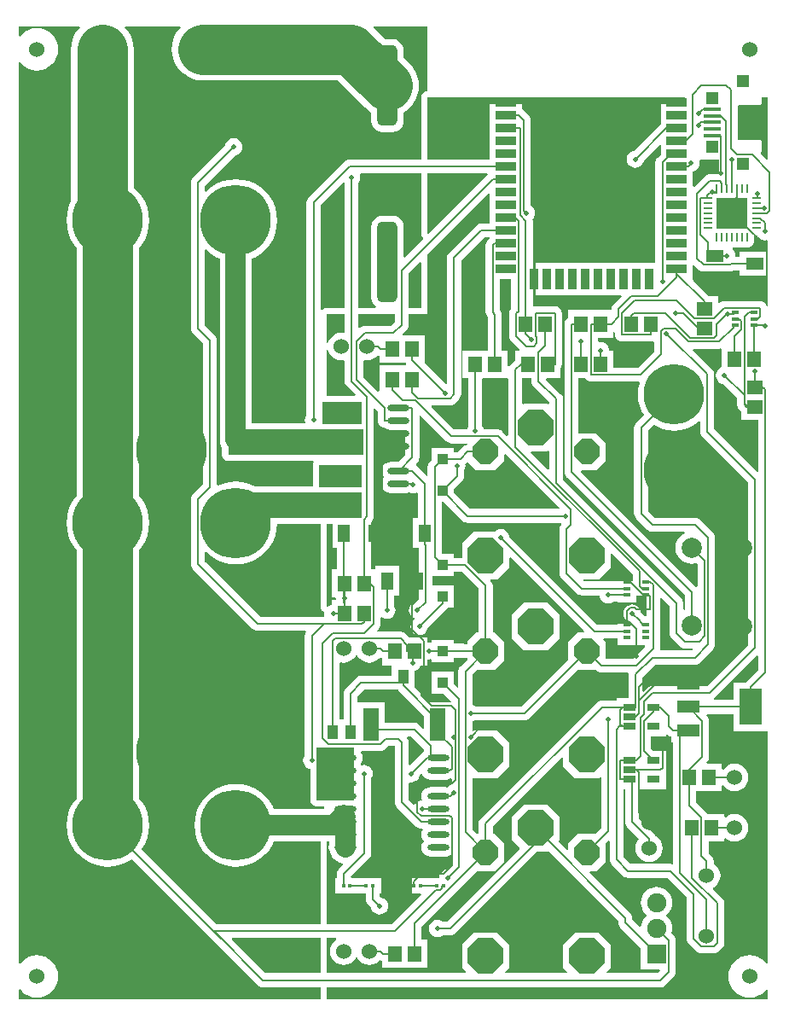
<source format=gtl>
G04 Layer_Physical_Order=1*
G04 Layer_Color=25308*
%FSLAX24Y24*%
%MOIN*%
G70*
G01*
G75*
%ADD10R,0.0532X0.0610*%
%ADD11R,0.0453X0.0709*%
%ADD12O,0.0866X0.0236*%
%ADD13R,0.0880X0.0480*%
%ADD14R,0.0870X0.1420*%
%ADD15R,0.0709X0.0453*%
%ADD16R,0.0177X0.0138*%
%ADD17R,0.0433X0.0551*%
%ADD18R,0.0512X0.0276*%
%ADD19R,0.0591X0.1260*%
%ADD20R,0.0591X0.1260*%
%ADD21R,0.0260X0.0118*%
%ADD22R,0.0394X0.0394*%
%ADD23R,0.0610X0.0532*%
%ADD24R,0.1232X0.1232*%
%ADD25O,0.0335X0.0079*%
%ADD26O,0.0079X0.0335*%
%ADD27O,0.0846X0.0236*%
%ADD28R,0.0787X0.0354*%
%ADD29R,0.0354X0.0787*%
%ADD30R,0.1969X0.1969*%
%ADD31R,0.0689X0.0157*%
%ADD32C,0.0067*%
%ADD33C,0.0787*%
%ADD34C,0.1969*%
%ADD35R,0.4724X0.0984*%
%ADD36R,0.1673X0.0886*%
%ADD37R,0.1575X0.0886*%
%ADD38R,0.1476X0.2067*%
%ADD39R,0.5315X0.0984*%
%ADD40C,0.1181*%
%ADD41C,0.0600*%
%ADD42C,0.2756*%
%ADD43C,0.2362*%
%ADD44C,0.0787*%
%ADD45P,0.1065X8X292.5*%
%ADD46P,0.1492X8X292.5*%
%ADD47C,0.1000*%
%ADD48C,0.0750*%
%ADD49R,0.0750X0.0750*%
G04:AMPARAMS|DCode=50|XSize=315mil|YSize=78.7mil|CornerRadius=19.7mil|HoleSize=0mil|Usage=FLASHONLY|Rotation=270.000|XOffset=0mil|YOffset=0mil|HoleType=Round|Shape=RoundedRectangle|*
%AMROUNDEDRECTD50*
21,1,0.3150,0.0394,0,0,270.0*
21,1,0.2756,0.0787,0,0,270.0*
1,1,0.0394,-0.0197,-0.1378*
1,1,0.0394,-0.0197,0.1378*
1,1,0.0394,0.0197,0.1378*
1,1,0.0394,0.0197,-0.1378*
%
%ADD50ROUNDEDRECTD50*%
%ADD51R,0.0500X0.0500*%
%ADD52C,0.0197*%
%ADD53C,0.0500*%
%ADD54C,0.0236*%
G36*
X24148Y33117D02*
Y32730D01*
X24157Y32660D01*
X24184Y32594D01*
X24228Y32538D01*
X24284Y32495D01*
X24350Y32468D01*
X24418Y32459D01*
X24467Y32421D01*
X24553Y32385D01*
X24646Y32373D01*
X25228D01*
Y31402D01*
X24953Y31127D01*
X24646D01*
X24553Y31115D01*
X24467Y31079D01*
X24393Y31022D01*
X24336Y30948D01*
X24300Y30862D01*
X24288Y30770D01*
X24300Y30677D01*
X24336Y30591D01*
X24391Y30520D01*
X24336Y30448D01*
X24300Y30362D01*
X24288Y30270D01*
X24300Y30177D01*
X24336Y30091D01*
X24393Y30017D01*
X24467Y29960D01*
X24553Y29924D01*
X24646Y29912D01*
X25276D01*
X25368Y29924D01*
X25393Y29935D01*
X25443Y29914D01*
X25530Y29902D01*
X25617Y29914D01*
X25662Y29933D01*
X25712Y29899D01*
Y28937D01*
X25522D01*
Y27756D01*
X25748D01*
Y25763D01*
X25646Y25660D01*
X25613Y25656D01*
X25531Y25622D01*
X25461Y25569D01*
X25408Y25499D01*
X25374Y25417D01*
X25362Y25330D01*
X25374Y25243D01*
X25408Y25161D01*
X25461Y25091D01*
X25531Y25038D01*
X25570Y25022D01*
X25578Y24964D01*
X25531Y24929D01*
X25478Y24859D01*
X25444Y24777D01*
X25432Y24690D01*
X25444Y24603D01*
X25478Y24521D01*
X25531Y24451D01*
X25601Y24398D01*
X25683Y24364D01*
X25770Y24352D01*
X25857Y24364D01*
X25939Y24398D01*
X26009Y24451D01*
X26062Y24521D01*
X26096Y24603D01*
X26100Y24636D01*
X26866Y25401D01*
X26883Y25423D01*
X27106D01*
Y26289D01*
X26292D01*
Y26663D01*
X27106D01*
Y26824D01*
X27441D01*
X28093Y26172D01*
Y24471D01*
X28001D01*
X27637Y24107D01*
Y24015D01*
X27567D01*
X27510Y24022D01*
X27106D01*
Y24183D01*
X26240D01*
Y24115D01*
X26203Y24082D01*
X26160Y24088D01*
X26120Y24082D01*
X26083Y24115D01*
Y24262D01*
X25383D01*
X25232Y24412D01*
X25176Y24456D01*
X25110Y24483D01*
X25040Y24492D01*
X24122D01*
X24103Y24538D01*
X24172Y24608D01*
X24216Y24664D01*
X24243Y24730D01*
X24252Y24800D01*
Y25041D01*
X24302Y25066D01*
X24339Y25038D01*
X24421Y25004D01*
X24508Y24992D01*
X24595Y25004D01*
X24677Y25038D01*
X24747Y25091D01*
X24800Y25161D01*
X24834Y25243D01*
X24845Y25330D01*
X24834Y25417D01*
X24800Y25499D01*
X24780Y25525D01*
Y25886D01*
X24970D01*
Y27067D01*
X24045D01*
Y26919D01*
X23884D01*
Y28760D01*
X23922Y28798D01*
X23966Y28854D01*
X23993Y28920D01*
X24002Y28990D01*
Y33198D01*
X24048Y33217D01*
X24148Y33117D01*
D02*
G37*
G36*
X27455Y28824D02*
X27511Y28781D01*
X27577Y28753D01*
X27647Y28744D01*
X31295D01*
X31308Y28734D01*
X31318Y28708D01*
X31320Y28695D01*
X31319Y28671D01*
X31284Y28626D01*
X31257Y28560D01*
X31248Y28490D01*
Y26770D01*
X31257Y26700D01*
X31284Y26634D01*
X31328Y26578D01*
X31917Y25989D01*
X31973Y25946D01*
X32039Y25918D01*
X32109Y25909D01*
X32825D01*
X32834Y25838D01*
X32868Y25756D01*
X32921Y25687D01*
X32991Y25633D01*
X33073Y25599D01*
X33160Y25588D01*
X33247Y25599D01*
X33329Y25633D01*
X33355Y25653D01*
X33524D01*
Y25630D01*
X34256D01*
Y25886D01*
X34641D01*
Y25110D01*
X34591Y25092D01*
X34572Y25116D01*
X34420Y25268D01*
X34416Y25301D01*
X34382Y25383D01*
X34329Y25452D01*
X34259Y25506D01*
X34177Y25540D01*
X34090Y25551D01*
X34003Y25540D01*
X33921Y25506D01*
X33851Y25452D01*
X33798Y25383D01*
X33764Y25301D01*
X33752Y25214D01*
X33764Y25126D01*
X33798Y25045D01*
X33851Y24975D01*
X33921Y24921D01*
X34003Y24888D01*
X34036Y24883D01*
X34070Y24849D01*
X34051Y24803D01*
X33524D01*
Y24780D01*
X32725D01*
X29290Y28214D01*
X29286Y28247D01*
X29252Y28329D01*
X29199Y28399D01*
X29129Y28452D01*
X29047Y28486D01*
X28960Y28498D01*
X28873Y28486D01*
X28791Y28452D01*
X28721Y28399D01*
X28717Y28393D01*
X27902D01*
X27440Y27931D01*
Y27368D01*
X27106D01*
Y27530D01*
X26642D01*
Y29557D01*
X26722D01*
X27455Y28824D01*
D02*
G37*
G36*
X36168Y45086D02*
X35205D01*
Y44329D01*
X34156Y43280D01*
X34123Y43276D01*
X34041Y43242D01*
X33971Y43189D01*
X33918Y43119D01*
X33884Y43037D01*
X33872Y42950D01*
X33884Y42863D01*
X33918Y42781D01*
X33971Y42711D01*
X34041Y42658D01*
X34123Y42624D01*
X34210Y42612D01*
X34297Y42624D01*
X34379Y42658D01*
X34449Y42711D01*
X34502Y42781D01*
X34536Y42863D01*
X34540Y42896D01*
X35159Y43514D01*
X35205Y43495D01*
Y43259D01*
Y43142D01*
X35078Y43015D01*
X35034Y42958D01*
X35007Y42893D01*
X34998Y42822D01*
Y38909D01*
X30825D01*
Y38902D01*
X30325D01*
Y37643D01*
X31152D01*
Y37649D01*
X33659D01*
X33678Y37603D01*
X33358Y37282D01*
X33314Y37226D01*
X33287Y37160D01*
X33278Y37090D01*
Y37057D01*
X31594D01*
Y36756D01*
X31584Y36751D01*
X31528Y36708D01*
X31484Y36652D01*
X31457Y36586D01*
X31448Y36516D01*
Y30740D01*
X31457Y30670D01*
X31484Y30604D01*
X31528Y30548D01*
X36145Y25931D01*
Y25337D01*
X36142Y25335D01*
X36092Y25364D01*
Y25600D01*
X36083Y25670D01*
X36067Y25709D01*
X36056Y25736D01*
X36012Y25792D01*
X31382Y30423D01*
Y33590D01*
X31373Y33660D01*
X31346Y33726D01*
X31302Y33782D01*
X30735Y34350D01*
X30756Y34400D01*
X31299D01*
Y34797D01*
X31306Y34805D01*
X31333Y34871D01*
X31342Y34941D01*
Y36930D01*
X31333Y37000D01*
X31306Y37066D01*
X31262Y37122D01*
X31206Y37166D01*
X31140Y37193D01*
X31070Y37202D01*
X30330D01*
X30260Y37193D01*
X30245Y37187D01*
X30203Y37214D01*
Y40549D01*
X30195Y40609D01*
X30199Y40611D01*
X30252Y40681D01*
X30286Y40763D01*
X30298Y40850D01*
X30286Y40937D01*
X30252Y41019D01*
X30199Y41089D01*
X30132Y41140D01*
Y44480D01*
X30123Y44550D01*
X30096Y44616D01*
X30052Y44672D01*
X29860Y44865D01*
X29804Y44908D01*
X29772Y44921D01*
Y45086D01*
X28512D01*
Y44259D01*
Y43759D01*
Y43259D01*
Y42944D01*
X26083D01*
Y45374D01*
X36168D01*
Y45086D01*
D02*
G37*
G36*
X27517Y23471D02*
X27637D01*
Y23399D01*
X27378Y23140D01*
X27334Y23084D01*
X27307Y23018D01*
X27298Y22948D01*
Y22335D01*
X27252Y22316D01*
X27106Y22461D01*
Y22943D01*
X26240D01*
Y22077D01*
X26722D01*
X27016Y21782D01*
X26995Y21732D01*
X26198D01*
X25600Y22330D01*
Y22955D01*
X25679Y22988D01*
X25749Y23041D01*
X25802Y23111D01*
X25830Y23179D01*
X26083D01*
Y23385D01*
X26120Y23418D01*
X26160Y23412D01*
X26203Y23418D01*
X26240Y23385D01*
Y23317D01*
X27106D01*
Y23478D01*
X27461D01*
X27517Y23471D01*
D02*
G37*
G36*
X33524Y24213D02*
Y23957D01*
X34581D01*
X34602Y23907D01*
X34127Y23432D01*
X33043D01*
Y24107D01*
X32960Y24190D01*
X32979Y24236D01*
X33524D01*
Y24213D01*
D02*
G37*
G36*
X35548Y25487D02*
Y24450D01*
X35557Y24380D01*
X35584Y24314D01*
X35628Y24258D01*
X35968Y23918D01*
X36024Y23874D01*
X36062Y23859D01*
X36090Y23847D01*
X36098Y23846D01*
X36160Y23838D01*
X36160Y23838D01*
X36456D01*
X36475Y23792D01*
X36435Y23752D01*
X35223D01*
X35181Y23802D01*
X35185Y23833D01*
Y25785D01*
X35231Y25804D01*
X35548Y25487D01*
D02*
G37*
G36*
X21905Y25479D02*
X21912Y25440D01*
X21918Y25401D01*
X21922Y25395D01*
X21923Y25387D01*
X21945Y25354D01*
X21965Y25320D01*
X21971Y25315D01*
X21975Y25309D01*
X22008Y25287D01*
X22039Y25263D01*
X22047Y25259D01*
Y25062D01*
X19573D01*
X17392Y27243D01*
Y27600D01*
X17439Y27617D01*
X17457Y27595D01*
X17651Y27430D01*
X17867Y27297D01*
X18102Y27200D01*
X18349Y27141D01*
X18602Y27121D01*
X18856Y27141D01*
X19103Y27200D01*
X19337Y27297D01*
X19554Y27430D01*
X19747Y27595D01*
X19912Y27788D01*
X20045Y28005D01*
X20142Y28240D01*
X20202Y28487D01*
X20218Y28696D01*
X21905D01*
Y25479D01*
D02*
G37*
G36*
X17457Y39406D02*
X17651Y39241D01*
X17867Y39108D01*
X17969Y39066D01*
Y31988D01*
X17982Y31865D01*
X18018Y31746D01*
X18066Y31655D01*
Y31398D01*
X18085Y31305D01*
X18137Y31227D01*
X18215Y31175D01*
X18307Y31157D01*
X21615D01*
X21639Y31113D01*
X21628Y31096D01*
X21610Y31004D01*
Y30162D01*
X19371D01*
X19337Y30183D01*
X19103Y30280D01*
X18856Y30339D01*
X18602Y30359D01*
X18349Y30339D01*
X18102Y30280D01*
X17912Y30201D01*
X17862Y30235D01*
Y35870D01*
X17853Y35940D01*
X17826Y36006D01*
X17782Y36062D01*
X17392Y36453D01*
Y39411D01*
X17439Y39428D01*
X17457Y39406D01*
D02*
G37*
G36*
X37598Y35526D02*
Y34818D01*
X37531Y34790D01*
X37461Y34737D01*
X37408Y34667D01*
X37374Y34585D01*
X37362Y34498D01*
X37374Y34411D01*
X37408Y34329D01*
X37461Y34259D01*
X37531Y34206D01*
X37613Y34172D01*
X37646Y34168D01*
X38198Y33615D01*
Y33360D01*
X38199Y33352D01*
X38199Y33343D01*
X38204Y33316D01*
X38207Y33290D01*
X38211Y33282D01*
X38212Y33273D01*
X38224Y33249D01*
X38234Y33224D01*
X38240Y33217D01*
X38243Y33210D01*
X38261Y33189D01*
X38278Y33168D01*
X38337Y33109D01*
Y32776D01*
X39018D01*
Y30752D01*
X38972Y30733D01*
X37282Y32423D01*
Y34560D01*
X37273Y34630D01*
X37246Y34696D01*
X37202Y34752D01*
X36453Y35502D01*
X36472Y35548D01*
X37490D01*
X37548Y35556D01*
X37598Y35526D01*
D02*
G37*
G36*
X22372Y27756D02*
X22563D01*
Y26919D01*
X22343D01*
Y25837D01*
X22476D01*
X22508Y25799D01*
X22507Y25787D01*
X22508Y25776D01*
X22476Y25738D01*
X22343D01*
Y25526D01*
X22323Y25523D01*
X22241Y25489D01*
X22196Y25454D01*
X22146Y25479D01*
Y28696D01*
X22372D01*
Y27756D01*
D02*
G37*
G36*
X32254Y34394D02*
X32298Y34338D01*
X32354Y34294D01*
X32420Y34267D01*
X32490Y34258D01*
X34356D01*
X34383Y34216D01*
X34376Y34199D01*
X34324Y33982D01*
X34307Y33760D01*
X34324Y33537D01*
X34376Y33321D01*
X34462Y33114D01*
X34551Y32968D01*
X34248Y32664D01*
X34204Y32608D01*
X34177Y32542D01*
X34168Y32471D01*
Y29100D01*
X34177Y29030D01*
X34204Y28964D01*
X34248Y28908D01*
X34688Y28468D01*
X34744Y28424D01*
X34771Y28413D01*
X34810Y28397D01*
X34880Y28388D01*
X36127D01*
X36140Y28338D01*
X36065Y28298D01*
X35969Y28219D01*
X35890Y28123D01*
X35832Y28014D01*
X35796Y27895D01*
X35784Y27772D01*
X35796Y27648D01*
X35832Y27529D01*
X35890Y27420D01*
X35969Y27324D01*
X36065Y27245D01*
X36174Y27187D01*
X36293Y27151D01*
X36417Y27139D01*
X36540Y27151D01*
X36604Y27170D01*
X36648Y27135D01*
Y26262D01*
X36598Y26247D01*
X32101Y30744D01*
X32120Y30790D01*
X32679D01*
X33043Y31154D01*
Y31882D01*
X32679Y32246D01*
X31992D01*
Y34400D01*
X32252D01*
X32254Y34394D01*
D02*
G37*
G36*
X34108Y26738D02*
Y26476D01*
X33524D01*
Y26453D01*
X32222D01*
X32178Y26497D01*
X32197Y26543D01*
X32778D01*
X33240Y27006D01*
Y27541D01*
X33286Y27560D01*
X34108Y26738D01*
D02*
G37*
G36*
X31390Y19565D02*
Y19230D01*
X31852Y18767D01*
X32778D01*
X32842Y18832D01*
X32888Y18812D01*
Y16826D01*
X32659Y16597D01*
X31951D01*
X31587Y16233D01*
Y15997D01*
X31540Y15978D01*
X31226Y16292D01*
Y16342D01*
X31240Y16356D01*
Y17281D01*
X30778Y17744D01*
X29852D01*
X29390Y17281D01*
Y16356D01*
X29693Y16053D01*
Y16003D01*
X26856Y13166D01*
X26672D01*
X26645Y13186D01*
X26564Y13220D01*
X26476Y13231D01*
X26389Y13220D01*
X26308Y13186D01*
X26238Y13132D01*
X26184Y13062D01*
X26150Y12981D01*
X26139Y12894D01*
X26150Y12806D01*
X26184Y12725D01*
X26238Y12655D01*
X26308Y12601D01*
X26389Y12568D01*
X26476Y12556D01*
X26564Y12568D01*
X26645Y12601D01*
X26672Y12622D01*
X26969D01*
X27039Y12631D01*
X27105Y12658D01*
X27161Y12701D01*
X30353Y15893D01*
X30778D01*
X30817Y15932D01*
X33548Y13201D01*
Y13129D01*
X33557Y13058D01*
X33584Y12993D01*
X33628Y12936D01*
X34428Y12136D01*
Y11298D01*
X35168D01*
X35187Y11252D01*
X35087Y11152D01*
X33102D01*
X33082Y11198D01*
X33240Y11356D01*
Y12281D01*
X32778Y12744D01*
X31852D01*
X31390Y12281D01*
Y11356D01*
X31547Y11198D01*
X31528Y11152D01*
X29152D01*
X29132Y11198D01*
X29290Y11356D01*
Y12281D01*
X28828Y12744D01*
X27902D01*
X27440Y12281D01*
Y11356D01*
X27597Y11198D01*
X27578Y11152D01*
X22146D01*
Y12523D01*
X22507D01*
X22515Y12513D01*
X22506Y12444D01*
X22436Y12390D01*
X22351Y12278D01*
X22296Y12148D01*
X22278Y12008D01*
X22296Y11868D01*
X22351Y11737D01*
X22436Y11625D01*
X22548Y11539D01*
X22679Y11485D01*
X22819Y11467D01*
X22959Y11485D01*
X23089Y11539D01*
X23201Y11625D01*
X23287Y11737D01*
X23294Y11753D01*
X23344D01*
X23351Y11737D01*
X23436Y11625D01*
X23548Y11539D01*
X23679Y11485D01*
X23819Y11467D01*
X23959Y11485D01*
X24089Y11539D01*
X24201Y11625D01*
X24235Y11669D01*
X24288Y11647D01*
X24311Y11644D01*
Y11368D01*
X26083D01*
Y12451D01*
X25853D01*
Y12972D01*
X28021Y15140D01*
X28729D01*
X29093Y15504D01*
Y16233D01*
X28729Y16597D01*
X28637D01*
Y16878D01*
X31344Y19584D01*
X31390Y19565D01*
D02*
G37*
G36*
X38059Y20609D02*
X39387D01*
Y11545D01*
X39337Y11527D01*
X39269Y11611D01*
X39143Y11714D01*
X38999Y11791D01*
X38843Y11838D01*
X38681Y11854D01*
X38519Y11838D01*
X38363Y11791D01*
X38220Y11714D01*
X38094Y11611D01*
X37990Y11485D01*
X37914Y11342D01*
X37866Y11186D01*
X37850Y11024D01*
X37866Y10862D01*
X37914Y10706D01*
X37990Y10562D01*
X38094Y10436D01*
X38220Y10333D01*
X38363Y10256D01*
X38519Y10209D01*
X38681Y10193D01*
X38843Y10209D01*
X38999Y10256D01*
X39143Y10333D01*
X39269Y10436D01*
X39337Y10520D01*
X39387Y10502D01*
Y10120D01*
X22146D01*
Y10608D01*
X35200D01*
X35270Y10617D01*
X35336Y10644D01*
X35392Y10688D01*
X35712Y11008D01*
X35756Y11064D01*
X35783Y11130D01*
X35792Y11200D01*
Y12429D01*
X35783Y12499D01*
X35756Y12565D01*
X35712Y12621D01*
X35619Y12715D01*
X35642Y12790D01*
X35654Y12909D01*
X35642Y13029D01*
X35607Y13144D01*
X35550Y13251D01*
X35474Y13344D01*
X35424Y13384D01*
Y13434D01*
X35474Y13475D01*
X35550Y13568D01*
X35607Y13674D01*
X35642Y13790D01*
X35654Y13909D01*
X35642Y14029D01*
X35607Y14144D01*
X35550Y14251D01*
X35474Y14344D01*
X35381Y14420D01*
X35274Y14477D01*
X35159Y14512D01*
X35039Y14524D01*
X34920Y14512D01*
X34804Y14477D01*
X34698Y14420D01*
X34605Y14344D01*
X34529Y14251D01*
X34472Y14144D01*
X34437Y14029D01*
X34425Y13909D01*
X34437Y13790D01*
X34472Y13674D01*
X34529Y13568D01*
X34605Y13475D01*
X34655Y13434D01*
Y13384D01*
X34605Y13344D01*
X34529Y13251D01*
X34472Y13144D01*
X34437Y13029D01*
X34431Y12973D01*
X34379Y12954D01*
X34092Y13241D01*
Y13313D01*
X34083Y13384D01*
X34056Y13449D01*
X34012Y13506D01*
X32424Y15094D01*
X32443Y15140D01*
X32679D01*
X33043Y15504D01*
Y16212D01*
X33162Y16331D01*
X33208Y16312D01*
Y15590D01*
X33217Y15520D01*
X33244Y15454D01*
X33288Y15398D01*
X33728Y14958D01*
X33784Y14914D01*
X33811Y14903D01*
X33850Y14887D01*
X33920Y14878D01*
X35467D01*
X36208Y14137D01*
Y12510D01*
X36217Y12440D01*
X36244Y12374D01*
X36288Y12318D01*
X36608Y11998D01*
X36664Y11954D01*
X36730Y11927D01*
X36800Y11918D01*
X37280D01*
X37350Y11927D01*
X37416Y11954D01*
X37472Y11998D01*
X37602Y12128D01*
X37646Y12184D01*
X37673Y12250D01*
X37682Y12320D01*
Y13900D01*
X37673Y13970D01*
X37646Y14036D01*
X37602Y14092D01*
X37258Y14436D01*
X37264Y14486D01*
X37272Y14493D01*
X37382Y14578D01*
X37468Y14690D01*
X37522Y14821D01*
X37541Y14961D01*
X37522Y15101D01*
X37468Y15231D01*
X37382Y15343D01*
X37272Y15428D01*
Y15530D01*
X37263Y15600D01*
X37251Y15628D01*
X37236Y15666D01*
X37192Y15722D01*
X37072Y15843D01*
Y16289D01*
X37697D01*
Y16394D01*
X37747Y16419D01*
X37820Y16362D01*
X37951Y16308D01*
X38091Y16290D01*
X38231Y16308D01*
X38361Y16362D01*
X38473Y16448D01*
X38559Y16560D01*
X38613Y16691D01*
X38631Y16831D01*
X38613Y16971D01*
X38559Y17101D01*
X38473Y17213D01*
X38361Y17299D01*
X38231Y17353D01*
X38091Y17372D01*
X37951Y17353D01*
X37820Y17299D01*
X37747Y17243D01*
X37697Y17268D01*
Y17372D01*
X37037D01*
X37036Y17376D01*
X36992Y17432D01*
X36601Y17824D01*
Y18258D01*
X37598D01*
Y18478D01*
X37648Y18495D01*
X37708Y18417D01*
X37820Y18331D01*
X37951Y18277D01*
X38091Y18258D01*
X38231Y18277D01*
X38361Y18331D01*
X38473Y18417D01*
X38559Y18529D01*
X38613Y18659D01*
X38631Y18799D01*
X38613Y18939D01*
X38559Y19070D01*
X38473Y19182D01*
X38361Y19268D01*
X38231Y19322D01*
X38091Y19340D01*
X37951Y19322D01*
X37820Y19268D01*
X37708Y19182D01*
X37648Y19104D01*
X37598Y19121D01*
Y19341D01*
X37011D01*
X36991Y19387D01*
X37022Y19418D01*
X37066Y19474D01*
X37081Y19512D01*
X37093Y19540D01*
X37102Y19610D01*
Y21005D01*
X37093Y21076D01*
X37066Y21141D01*
X37022Y21197D01*
X37022Y21197D01*
X36987Y21233D01*
X37007Y21283D01*
X38059D01*
Y20609D01*
D02*
G37*
G36*
X25885Y18926D02*
X25901Y18886D01*
X25958Y18812D01*
X26032Y18755D01*
X26118Y18720D01*
X26211Y18708D01*
X26821D01*
X26913Y18720D01*
X27000Y18755D01*
X27013Y18766D01*
X27058Y18744D01*
Y18537D01*
X27041Y18535D01*
X26960Y18501D01*
X26890Y18447D01*
X26866Y18416D01*
X26821Y18422D01*
X26211D01*
X26118Y18410D01*
X26032Y18374D01*
X25958Y18318D01*
X25901Y18244D01*
X25865Y18157D01*
X25853Y18065D01*
X25865Y17972D01*
X25879Y17940D01*
X25854Y17896D01*
X25813Y17891D01*
X25731Y17857D01*
X25661Y17804D01*
X25621Y17751D01*
X25562Y17740D01*
X25362Y17940D01*
Y18580D01*
X25412Y18619D01*
X25465Y18612D01*
X25552Y18624D01*
X25634Y18658D01*
X25704Y18711D01*
X25757Y18781D01*
X25791Y18863D01*
X25795Y18896D01*
X25836Y18936D01*
X25885Y18926D01*
D02*
G37*
G36*
X21905Y11152D02*
X19764D01*
X18439Y12477D01*
X18458Y12523D01*
X21905D01*
Y11152D01*
D02*
G37*
G36*
X24818Y17827D02*
X24827Y17757D01*
X24854Y17691D01*
X24898Y17635D01*
X25660Y16873D01*
X25716Y16829D01*
X25782Y16802D01*
X25852Y16793D01*
X25882D01*
X25905Y16748D01*
X25901Y16744D01*
X25865Y16657D01*
X25853Y16565D01*
X25865Y16472D01*
X25901Y16386D01*
X25956Y16315D01*
X25901Y16244D01*
X25865Y16157D01*
X25853Y16065D01*
X25865Y15972D01*
X25901Y15886D01*
X25958Y15812D01*
X26032Y15755D01*
X26118Y15720D01*
X26211Y15708D01*
X26821D01*
X26913Y15720D01*
X27000Y15755D01*
X27013Y15766D01*
X27058Y15744D01*
Y15423D01*
X26826Y15190D01*
X26793Y15186D01*
X26711Y15152D01*
X26641Y15099D01*
X26588Y15029D01*
X26554Y14947D01*
X26544Y14872D01*
X25492D01*
Y14262D01*
X25820D01*
X25839Y14216D01*
X24690Y13067D01*
X22146D01*
Y16296D01*
X22261D01*
Y16199D01*
X22243Y16157D01*
X22231Y16065D01*
X22243Y15972D01*
X22279Y15886D01*
X22297Y15863D01*
X22309Y15823D01*
X22367Y15713D01*
X22446Y15617D01*
X22542Y15539D01*
X22651Y15480D01*
X22770Y15444D01*
X22784Y15443D01*
X22801Y15396D01*
X22618Y15212D01*
X22574Y15156D01*
X22547Y15090D01*
X22538Y15020D01*
Y14872D01*
X22480D01*
Y14262D01*
X23678D01*
Y14042D01*
X23687Y13972D01*
X23714Y13906D01*
X23758Y13850D01*
X23882Y13725D01*
X23887Y13692D01*
X23920Y13611D01*
X23974Y13541D01*
X24044Y13487D01*
X24125Y13454D01*
X24213Y13442D01*
X24300Y13454D01*
X24381Y13487D01*
X24451Y13541D01*
X24505Y13611D01*
X24539Y13692D01*
X24550Y13780D01*
X24539Y13867D01*
X24505Y13948D01*
X24451Y14018D01*
X24381Y14072D01*
X24300Y14106D01*
X24267Y14110D01*
X24222Y14155D01*
Y14262D01*
X24272D01*
Y14872D01*
X23117D01*
X23097Y14922D01*
X23802Y15628D01*
X23846Y15684D01*
X23873Y15750D01*
X23882Y15820D01*
Y18755D01*
X23902Y18781D01*
X23936Y18863D01*
X23948Y18950D01*
X23936Y19037D01*
X23902Y19119D01*
X23849Y19189D01*
X23779Y19242D01*
X23697Y19276D01*
X23610Y19288D01*
X23523Y19276D01*
X23509Y19270D01*
X23469Y19305D01*
Y19335D01*
X23508Y19386D01*
X23544Y19472D01*
X23556Y19565D01*
X23544Y19657D01*
X23508Y19744D01*
X23490Y19768D01*
X23514Y19818D01*
X24240D01*
X24310Y19827D01*
X24376Y19854D01*
X24432Y19898D01*
X24553Y20018D01*
X24818D01*
Y17827D01*
D02*
G37*
G36*
X35488Y20453D02*
X35544Y20410D01*
X35604Y20385D01*
Y20169D01*
X35688D01*
Y15444D01*
X35638Y15414D01*
X35580Y15422D01*
X34033D01*
X33752Y15703D01*
Y18346D01*
X33818D01*
Y17054D01*
X33827Y16984D01*
X33854Y16918D01*
X33898Y16862D01*
X34353Y16406D01*
X34276Y16306D01*
X34222Y16175D01*
X34203Y16035D01*
X34222Y15895D01*
X34276Y15765D01*
X34362Y15653D01*
X34474Y15567D01*
X34604Y15513D01*
X34744Y15495D01*
X34884Y15513D01*
X35015Y15567D01*
X35127Y15653D01*
X35212Y15765D01*
X35267Y15895D01*
X35285Y16035D01*
X35267Y16175D01*
X35212Y16306D01*
X35127Y16418D01*
X35015Y16504D01*
X34989Y16515D01*
X34980Y16536D01*
X34936Y16592D01*
X34362Y17167D01*
Y18346D01*
X35413D01*
Y19094D01*
Y19843D01*
X34932D01*
X34832Y19942D01*
Y20413D01*
X35413D01*
Y20462D01*
X35460Y20481D01*
X35488Y20453D01*
D02*
G37*
G36*
X32218Y24517D02*
X32199Y24471D01*
X31951D01*
X31587Y24107D01*
Y23399D01*
X29770Y21582D01*
X27965D01*
X27939Y21602D01*
X27857Y21636D01*
X27842Y21638D01*
Y22835D01*
X28021Y23014D01*
X28729D01*
X29093Y23378D01*
Y24107D01*
X28729Y24471D01*
X28637D01*
Y26285D01*
X28628Y26355D01*
X28601Y26421D01*
X28557Y26477D01*
X28538Y26497D01*
X28557Y26543D01*
X28828D01*
X29290Y27006D01*
Y27380D01*
X29336Y27399D01*
X32218Y24517D01*
D02*
G37*
G36*
X39018Y23548D02*
Y23003D01*
X38538Y22522D01*
X38522Y22501D01*
X38059D01*
Y21827D01*
X37299D01*
X37269Y21872D01*
X37270Y21877D01*
X37322Y21918D01*
X38972Y23567D01*
X39018Y23548D01*
D02*
G37*
G36*
X23351Y23548D02*
X23436Y23436D01*
X23548Y23351D01*
X23679Y23296D01*
X23819Y23278D01*
X23959Y23296D01*
X24089Y23351D01*
X24201Y23436D01*
X24235Y23480D01*
X24288Y23458D01*
X24311Y23455D01*
Y23179D01*
X24695D01*
Y22772D01*
X23501D01*
X23430Y22763D01*
X23365Y22736D01*
X23308Y22692D01*
X22888Y22272D01*
X22845Y22216D01*
X22818Y22150D01*
X22809Y22080D01*
Y21083D01*
X22664D01*
Y23252D01*
X22714Y23292D01*
X22819Y23278D01*
X22959Y23296D01*
X23089Y23351D01*
X23201Y23436D01*
X23287Y23548D01*
X23294Y23564D01*
X23344D01*
X23351Y23548D01*
D02*
G37*
G36*
X32705Y22968D02*
X32761Y22924D01*
X32827Y22897D01*
X32897Y22888D01*
X33922D01*
X33955Y22850D01*
X33951Y22823D01*
Y21909D01*
X33484D01*
Y21807D01*
X32910D01*
X32840Y21798D01*
X32774Y21771D01*
X32718Y21728D01*
X28173Y17183D01*
X28129Y17126D01*
X28102Y17061D01*
X28093Y16990D01*
Y16597D01*
X28021D01*
X27842Y16776D01*
Y18762D01*
X27888Y18781D01*
X27902Y18767D01*
X28828D01*
X29290Y19230D01*
Y20155D01*
X28828Y20618D01*
X27902D01*
X27888Y20604D01*
X27842Y20623D01*
Y20982D01*
X27857Y20984D01*
X27939Y21018D01*
X27965Y21038D01*
X29882D01*
X29953Y21047D01*
X30018Y21074D01*
X30075Y21118D01*
X31971Y23014D01*
X32659D01*
X32705Y22968D01*
D02*
G37*
G36*
X25938Y19907D02*
Y19796D01*
X25888Y19757D01*
X25412Y19282D01*
X25409Y19282D01*
X25362Y19320D01*
Y20160D01*
X25353Y20230D01*
X25326Y20296D01*
X25293Y20338D01*
X25313Y20388D01*
X25457D01*
X25938Y19907D01*
D02*
G37*
G36*
X24695Y22224D02*
X24941D01*
X24955Y22206D01*
X25965Y21197D01*
Y20715D01*
X25918Y20696D01*
X25762Y20852D01*
X25706Y20896D01*
X25640Y20923D01*
X25570Y20932D01*
X24429D01*
Y21732D01*
X23366D01*
X23353Y21777D01*
Y21967D01*
X23613Y22228D01*
X24695D01*
Y22224D01*
D02*
G37*
G36*
X31241Y29334D02*
X31222Y29288D01*
X27760D01*
X27106Y29942D01*
Y30039D01*
X27432Y30365D01*
X27476Y30421D01*
X27487Y30448D01*
X27503Y30487D01*
X27512Y30557D01*
Y30775D01*
X27532Y30801D01*
X27566Y30883D01*
X27578Y30970D01*
X27568Y31043D01*
X27657Y31133D01*
X28001Y30790D01*
X28729D01*
X29093Y31154D01*
Y31417D01*
X29139Y31436D01*
X31241Y29334D01*
D02*
G37*
G36*
X36678Y38638D02*
X36734Y38594D01*
X36800Y38567D01*
X36870Y38558D01*
X37930D01*
X38000Y38567D01*
X38066Y38594D01*
X38081Y38606D01*
X38287D01*
Y38415D01*
X39387D01*
Y37223D01*
X39337Y37213D01*
X39316Y37266D01*
X39272Y37322D01*
X39216Y37366D01*
X39150Y37393D01*
X39080Y37402D01*
X37680D01*
X37610Y37393D01*
X37544Y37366D01*
X37501Y37332D01*
X37451Y37351D01*
Y37598D01*
X37096D01*
X36481Y38214D01*
X36465Y38259D01*
X36465D01*
X36465Y38259D01*
Y38759D01*
Y38785D01*
X36511Y38805D01*
X36678Y38638D01*
D02*
G37*
G36*
X25842Y40055D02*
X25860Y39963D01*
X25892Y39915D01*
X25912Y39885D01*
X25919Y39881D01*
X25924Y39831D01*
X25207Y39115D01*
X25161Y39134D01*
Y40306D01*
X25146Y40419D01*
X25103Y40525D01*
X25033Y40615D01*
X24943Y40685D01*
X24837Y40728D01*
X24724Y40743D01*
X24331D01*
X24218Y40728D01*
X24112Y40685D01*
X24022Y40615D01*
X23952Y40525D01*
X23909Y40419D01*
X23894Y40306D01*
Y37550D01*
X23909Y37437D01*
X23952Y37332D01*
X24022Y37242D01*
X24076Y37200D01*
X24059Y37150D01*
X23402D01*
Y42035D01*
X23422Y42061D01*
X23456Y42143D01*
X23468Y42230D01*
X23456Y42317D01*
X23442Y42350D01*
X23476Y42400D01*
X25842D01*
Y40055D01*
D02*
G37*
G36*
X38978Y39951D02*
X39031Y39881D01*
X39101Y39828D01*
X39183Y39794D01*
X39270Y39782D01*
X39337Y39791D01*
X39387Y39758D01*
Y39341D01*
X38287D01*
Y39150D01*
X38154D01*
X38128Y39180D01*
X38116Y39267D01*
X38082Y39349D01*
X38029Y39419D01*
X38005Y39437D01*
X38019Y39489D01*
X38064Y39495D01*
X38091Y39506D01*
X38117Y39495D01*
X38189Y39486D01*
X38261Y39495D01*
X38287Y39506D01*
X38314Y39495D01*
X38386Y39486D01*
X38458Y39495D01*
X38484Y39506D01*
X38511Y39495D01*
X38583Y39486D01*
X38655Y39495D01*
X38722Y39523D01*
X38779Y39567D01*
X38823Y39625D01*
X38851Y39692D01*
X38861Y39764D01*
Y39978D01*
X38967D01*
X38978Y39951D01*
D02*
G37*
G36*
X24808Y36593D02*
X24647Y36432D01*
X23640D01*
X23570Y36423D01*
X23504Y36396D01*
X23452Y36356D01*
X23428Y36360D01*
X23402Y36371D01*
Y36909D01*
X24808D01*
Y36593D01*
D02*
G37*
G36*
X22858Y42035D02*
X22858Y42035D01*
Y37150D01*
X22146D01*
X22053Y37132D01*
X21975Y37080D01*
X21962Y37060D01*
X21912Y37075D01*
Y41160D01*
X22795Y42043D01*
X22858Y42035D01*
D02*
G37*
G36*
X25842Y38914D02*
Y37150D01*
X25352D01*
Y38490D01*
X25796Y38933D01*
X25842Y38914D01*
D02*
G37*
G36*
X26083Y45615D02*
X25991Y45597D01*
X25912Y45544D01*
X25860Y45466D01*
X25842Y45374D01*
Y42944D01*
X23040D01*
X22970Y42935D01*
X22904Y42908D01*
X22848Y42865D01*
X21448Y41465D01*
X21404Y41408D01*
X21377Y41343D01*
X21368Y41272D01*
Y32955D01*
X21348Y32929D01*
X21314Y32847D01*
X21302Y32760D01*
X21314Y32673D01*
X21317Y32664D01*
X21290Y32623D01*
X19235D01*
Y39066D01*
X19337Y39108D01*
X19554Y39241D01*
X19747Y39406D01*
X19912Y39599D01*
X20045Y39816D01*
X20142Y40051D01*
X20202Y40298D01*
X20222Y40551D01*
X20202Y40804D01*
X20142Y41052D01*
X20045Y41286D01*
X19912Y41503D01*
X19747Y41696D01*
X19554Y41861D01*
X19337Y41994D01*
X19103Y42091D01*
X18856Y42150D01*
X18602Y42170D01*
X18349Y42150D01*
X18102Y42091D01*
X17867Y41994D01*
X17651Y41861D01*
X17457Y41696D01*
X17439Y41674D01*
X17392Y41692D01*
Y41917D01*
X18574Y43100D01*
X18607Y43104D01*
X18689Y43138D01*
X18759Y43191D01*
X18812Y43261D01*
X18846Y43343D01*
X18858Y43430D01*
X18846Y43517D01*
X18812Y43599D01*
X18759Y43669D01*
X18689Y43722D01*
X18607Y43756D01*
X18520Y43768D01*
X18433Y43756D01*
X18351Y43722D01*
X18281Y43669D01*
X18228Y43599D01*
X18194Y43517D01*
X18190Y43484D01*
X16928Y42222D01*
X16884Y42166D01*
X16857Y42100D01*
X16848Y42030D01*
Y36340D01*
X16857Y36270D01*
X16884Y36204D01*
X16928Y36148D01*
X17318Y35757D01*
Y30253D01*
X16928Y29862D01*
X16884Y29806D01*
X16857Y29740D01*
X16848Y29670D01*
Y27130D01*
X16857Y27060D01*
X16884Y26994D01*
X16928Y26938D01*
X19268Y24598D01*
X19324Y24554D01*
X19390Y24527D01*
X19460Y24518D01*
X21319D01*
X21344Y24468D01*
X21334Y24456D01*
X21307Y24390D01*
X21298Y24320D01*
Y19665D01*
X21278Y19639D01*
X21244Y19557D01*
X21232Y19470D01*
X21244Y19383D01*
X21278Y19301D01*
X21331Y19231D01*
X21401Y19178D01*
X21483Y19144D01*
X21511Y19140D01*
Y17913D01*
X21529Y17821D01*
X21582Y17743D01*
X21660Y17691D01*
X21752Y17673D01*
X22047D01*
Y17562D01*
X20087D01*
X20045Y17664D01*
X19912Y17881D01*
X19747Y18074D01*
X19554Y18239D01*
X19337Y18372D01*
X19103Y18469D01*
X18856Y18528D01*
X18602Y18548D01*
X18349Y18528D01*
X18102Y18469D01*
X17867Y18372D01*
X17651Y18239D01*
X17457Y18074D01*
X17292Y17881D01*
X17160Y17664D01*
X17062Y17429D01*
X17003Y17182D01*
X16983Y16929D01*
X17003Y16676D01*
X17062Y16429D01*
X17160Y16194D01*
X17292Y15977D01*
X17457Y15784D01*
X17651Y15619D01*
X17867Y15486D01*
X18102Y15389D01*
X18349Y15330D01*
X18602Y15310D01*
X18856Y15330D01*
X19103Y15389D01*
X19337Y15486D01*
X19554Y15619D01*
X19747Y15784D01*
X19912Y15977D01*
X20045Y16194D01*
X20087Y16296D01*
X21905D01*
Y13067D01*
X17849D01*
X14922Y15994D01*
X15045Y16194D01*
X15142Y16429D01*
X15202Y16676D01*
X15222Y16929D01*
X15202Y17182D01*
X15142Y17429D01*
X15045Y17664D01*
X14912Y17881D01*
X14827Y17981D01*
Y27688D01*
X14912Y27788D01*
X15045Y28005D01*
X15142Y28240D01*
X15202Y28487D01*
X15222Y28740D01*
X15202Y28993D01*
X15142Y29241D01*
X15045Y29475D01*
X14912Y29692D01*
X14827Y29792D01*
Y39499D01*
X14912Y39599D01*
X15045Y39816D01*
X15142Y40051D01*
X15202Y40298D01*
X15222Y40551D01*
X15202Y40804D01*
X15142Y41052D01*
X15045Y41286D01*
X14912Y41503D01*
X14747Y41696D01*
X14610Y41813D01*
Y47244D01*
X14595Y47436D01*
X14550Y47622D01*
X14477Y47800D01*
X14376Y47964D01*
X14262Y48097D01*
X14280Y48147D01*
X16429D01*
X16446Y48097D01*
X16332Y47964D01*
X16232Y47800D01*
X16159Y47622D01*
X16114Y47436D01*
X16099Y47244D01*
X16114Y47053D01*
X16159Y46866D01*
X16232Y46688D01*
X16332Y46525D01*
X16457Y46378D01*
X16603Y46254D01*
X16767Y46153D01*
X16945Y46080D01*
X17131Y46035D01*
X17323Y46020D01*
X22594D01*
X23662Y44952D01*
X23808Y44828D01*
X23894Y44775D01*
Y44440D01*
X23909Y44327D01*
X23952Y44222D01*
X24022Y44131D01*
X24112Y44062D01*
X24218Y44018D01*
X24331Y44003D01*
X24724D01*
X24837Y44018D01*
X24943Y44062D01*
X25033Y44131D01*
X25103Y44222D01*
X25146Y44327D01*
X25161Y44440D01*
Y44775D01*
X25247Y44828D01*
X25393Y44952D01*
X25518Y45099D01*
X25618Y45262D01*
X25692Y45440D01*
X25737Y45627D01*
X25752Y45818D01*
X25737Y46010D01*
X25692Y46196D01*
X25618Y46374D01*
X25518Y46538D01*
X25393Y46684D01*
X25161Y46916D01*
Y47196D01*
X25146Y47309D01*
X25103Y47414D01*
X25033Y47505D01*
X24943Y47574D01*
X24837Y47618D01*
X24724Y47633D01*
X24444D01*
X23980Y48097D01*
X23998Y48147D01*
X26083D01*
Y45615D01*
D02*
G37*
G36*
X39387Y42963D02*
X39341Y42943D01*
X39117Y43168D01*
X39116Y43172D01*
X39115Y43179D01*
X39124Y43228D01*
X39124D01*
X39131Y43239D01*
X39138Y43250D01*
X39138Y43250D01*
X39138Y43250D01*
X39141Y43263D01*
X39141Y43263D01*
X39142Y43271D01*
X39143Y43276D01*
X39143Y43278D01*
Y43632D01*
X39138Y43658D01*
X39128Y43673D01*
X39123Y43680D01*
X39123D01*
Y43680D01*
X39116Y43685D01*
X39101Y43695D01*
X39075Y43700D01*
X38245Y43700D01*
X38217Y43733D01*
X38212Y43745D01*
Y45034D01*
X38212Y45035D01*
X38219Y45047D01*
X38262Y45078D01*
X38661Y45074D01*
X38661Y45074D01*
X38662Y45074D01*
X39075Y45078D01*
X39088Y45080D01*
X39101Y45083D01*
X39101Y45083D01*
X39102Y45083D01*
X39112Y45091D01*
X39123Y45098D01*
X39123Y45098D01*
X39124Y45098D01*
X39131Y45109D01*
X39138Y45120D01*
X39138Y45120D01*
X39138Y45120D01*
X39141Y45133D01*
X39143Y45146D01*
X39143Y45148D01*
Y45374D01*
X39387D01*
Y42963D01*
D02*
G37*
G36*
X12509Y48097D02*
X12395Y47964D01*
X12295Y47800D01*
X12221Y47622D01*
X12177Y47436D01*
X12162Y47244D01*
Y41289D01*
X12160Y41286D01*
X12062Y41052D01*
X12003Y40804D01*
X11983Y40551D01*
X12003Y40298D01*
X12062Y40051D01*
X12160Y39816D01*
X12292Y39599D01*
X12378Y39499D01*
Y29792D01*
X12292Y29692D01*
X12160Y29475D01*
X12062Y29241D01*
X12003Y28993D01*
X11983Y28740D01*
X12003Y28487D01*
X12062Y28240D01*
X12160Y28005D01*
X12292Y27788D01*
X12378Y27688D01*
Y17981D01*
X12292Y17881D01*
X12160Y17664D01*
X12062Y17429D01*
X12003Y17182D01*
X11983Y16929D01*
X12003Y16676D01*
X12062Y16429D01*
X12160Y16194D01*
X12292Y15977D01*
X12457Y15784D01*
X12651Y15619D01*
X12867Y15486D01*
X13102Y15389D01*
X13349Y15330D01*
X13602Y15310D01*
X13856Y15330D01*
X14103Y15389D01*
X14337Y15486D01*
X14538Y15609D01*
X17544Y12603D01*
X17839Y12308D01*
X19459Y10688D01*
X19515Y10644D01*
X19581Y10617D01*
X19651Y10608D01*
X21905D01*
Y10120D01*
X10120D01*
Y10502D01*
X10170Y10520D01*
X10239Y10436D01*
X10365Y10333D01*
X10509Y10256D01*
X10665Y10209D01*
X10827Y10193D01*
X10989Y10209D01*
X11145Y10256D01*
X11288Y10333D01*
X11414Y10436D01*
X11518Y10562D01*
X11594Y10706D01*
X11642Y10862D01*
X11658Y11024D01*
X11642Y11186D01*
X11594Y11342D01*
X11518Y11485D01*
X11414Y11611D01*
X11288Y11714D01*
X11145Y11791D01*
X10989Y11838D01*
X10827Y11854D01*
X10665Y11838D01*
X10509Y11791D01*
X10365Y11714D01*
X10239Y11611D01*
X10170Y11527D01*
X10120Y11545D01*
Y46723D01*
X10170Y46741D01*
X10239Y46657D01*
X10365Y46553D01*
X10509Y46477D01*
X10665Y46429D01*
X10827Y46413D01*
X10989Y46429D01*
X11145Y46477D01*
X11288Y46553D01*
X11414Y46657D01*
X11518Y46783D01*
X11594Y46926D01*
X11642Y47082D01*
X11658Y47244D01*
X11642Y47406D01*
X11594Y47562D01*
X11518Y47706D01*
X11414Y47832D01*
X11288Y47935D01*
X11145Y48012D01*
X10989Y48059D01*
X10827Y48075D01*
X10665Y48059D01*
X10509Y48012D01*
X10365Y47935D01*
X10239Y47832D01*
X10170Y47748D01*
X10120Y47766D01*
Y48147D01*
X12492D01*
X12509Y48097D01*
D02*
G37*
G36*
X28443Y42350D02*
X26129Y40036D01*
X26083Y40055D01*
Y42400D01*
X28423D01*
X28443Y42350D01*
D02*
G37*
G36*
X38229Y41447D02*
X38247Y41432D01*
X38314Y41405D01*
X38386Y41395D01*
X38458Y41405D01*
X38484Y41416D01*
X38511Y41405D01*
X38546Y41400D01*
X38550Y41365D01*
X38561Y41339D01*
X38550Y41312D01*
X38541Y41240D01*
X38550Y41168D01*
X38561Y41142D01*
X38550Y41115D01*
X38541Y41043D01*
X38550Y40971D01*
X38561Y40945D01*
X38550Y40918D01*
X38541Y40846D01*
X38550Y40775D01*
X38561Y40748D01*
X38550Y40722D01*
X38541Y40650D01*
X38550Y40578D01*
X38561Y40551D01*
X38550Y40525D01*
X38541Y40453D01*
X38550Y40381D01*
X38561Y40354D01*
X38550Y40328D01*
X38546Y40293D01*
X38511Y40288D01*
X38484Y40277D01*
X38458Y40288D01*
X38386Y40298D01*
X38314Y40288D01*
X38287Y40277D01*
X38261Y40288D01*
X38189Y40298D01*
X38117Y40288D01*
X38091Y40277D01*
X38064Y40288D01*
X37992Y40298D01*
X37920Y40288D01*
X37894Y40277D01*
X37867Y40288D01*
X37795Y40298D01*
X37723Y40288D01*
X37697Y40277D01*
X37670Y40288D01*
X37598Y40298D01*
X37527Y40288D01*
X37500Y40277D01*
X37474Y40288D01*
X37438Y40293D01*
X37434Y40328D01*
X37423Y40354D01*
X37434Y40381D01*
X37443Y40453D01*
X37434Y40525D01*
X37423Y40551D01*
X37434Y40578D01*
X37443Y40650D01*
X37434Y40722D01*
X37423Y40748D01*
X37434Y40775D01*
X37443Y40846D01*
X37434Y40918D01*
X37423Y40945D01*
X37434Y40971D01*
X37443Y41043D01*
X37434Y41115D01*
X37423Y41142D01*
X37434Y41168D01*
X37443Y41240D01*
X37435Y41302D01*
X37442Y41323D01*
X37469Y41357D01*
X37472Y41357D01*
X37538Y41384D01*
X37559Y41401D01*
X37598Y41395D01*
X37670Y41405D01*
X37697Y41416D01*
X37723Y41405D01*
X37795Y41395D01*
X37867Y41405D01*
X37894Y41416D01*
X37920Y41405D01*
X37992Y41395D01*
X38064Y41405D01*
X38131Y41432D01*
X38149Y41447D01*
X38189Y41476D01*
X38229Y41447D01*
D02*
G37*
G36*
X37488Y42362D02*
X37110D01*
X37110Y42362D01*
X37048Y42354D01*
X37040Y42353D01*
X37012Y42341D01*
X36974Y42326D01*
X36918Y42282D01*
X36511Y41875D01*
X36465Y41895D01*
Y42259D01*
Y42465D01*
X36477Y42466D01*
X36559Y42500D01*
X36629Y42554D01*
X36682Y42624D01*
X36716Y42705D01*
X36728Y42792D01*
X36716Y42880D01*
X36706Y42904D01*
X36742Y42949D01*
X37488D01*
Y42362D01*
D02*
G37*
G36*
X22858Y36191D02*
X22820Y36158D01*
X22720Y36171D01*
X22580Y36152D01*
X22450Y36098D01*
X22338Y36012D01*
X22252Y35900D01*
X22198Y35770D01*
X22196Y35752D01*
X22146Y35755D01*
Y36909D01*
X22858D01*
Y36191D01*
D02*
G37*
G36*
X36738Y32693D02*
Y32310D01*
X36747Y32240D01*
X36774Y32174D01*
X36818Y32118D01*
X38618Y30317D01*
Y23983D01*
X37017Y22382D01*
X34890D01*
X34820Y22373D01*
X34754Y22346D01*
X34698Y22302D01*
X34698Y22302D01*
X34542Y22146D01*
X34495Y22165D01*
Y22711D01*
X34993Y23208D01*
X36548D01*
X36618Y23217D01*
X36684Y23244D01*
X36740Y23288D01*
X37252Y23800D01*
X37296Y23856D01*
X37323Y23922D01*
X37332Y23992D01*
Y28160D01*
X37323Y28230D01*
X37296Y28296D01*
X37252Y28352D01*
X36752Y28852D01*
X36696Y28896D01*
X36630Y28923D01*
X36560Y28932D01*
X34993D01*
X34712Y29213D01*
Y32359D01*
X34936Y32583D01*
X35083Y32493D01*
X35289Y32408D01*
X35506Y32356D01*
X35728Y32338D01*
X35951Y32356D01*
X36168Y32408D01*
X36374Y32493D01*
X36564Y32610D01*
X36688Y32716D01*
X36738Y32693D01*
D02*
G37*
G36*
X28512Y39849D02*
X28448Y39785D01*
X28404Y39728D01*
X28377Y39663D01*
X28368Y39592D01*
Y36970D01*
X28377Y36900D01*
X28404Y36834D01*
X28448Y36778D01*
X28458Y36767D01*
Y35482D01*
X27461D01*
Y34400D01*
X27691D01*
Y32528D01*
X27670Y32501D01*
X27637Y32420D01*
X27633Y32392D01*
X27133D01*
X26243Y33282D01*
X26262Y33328D01*
X26971D01*
X27041Y33337D01*
X27107Y33364D01*
X27163Y33408D01*
X27323Y33568D01*
X27366Y33624D01*
X27393Y33690D01*
X27403Y33760D01*
Y38988D01*
X28315Y39900D01*
X28512D01*
Y39849D01*
D02*
G37*
G36*
X30158Y34270D02*
X30167Y34200D01*
X30194Y34134D01*
X30238Y34078D01*
X30838Y33477D01*
Y33398D01*
X30792Y33379D01*
X30778Y33393D01*
X29852D01*
X29838Y33379D01*
X29792Y33398D01*
Y34400D01*
X30158D01*
Y34270D01*
D02*
G37*
G36*
X30838Y31538D02*
Y30843D01*
X30792Y30824D01*
X30119Y31497D01*
X30138Y31543D01*
X30778D01*
X30792Y31557D01*
X30838Y31538D01*
D02*
G37*
G36*
X26828Y31928D02*
X26884Y31884D01*
X26950Y31857D01*
X27020Y31848D01*
X27637D01*
Y31787D01*
X27587Y31781D01*
X27560Y31770D01*
X27522Y31754D01*
X27465Y31710D01*
X27257Y31502D01*
X27106D01*
Y31663D01*
X26240D01*
Y31182D01*
X26178Y31119D01*
X26134Y31063D01*
X26107Y30998D01*
X26098Y30927D01*
Y30601D01*
X26052Y30582D01*
X25671Y30962D01*
X25647Y30981D01*
X25641Y31046D01*
X25692Y31097D01*
X25736Y31154D01*
X25763Y31219D01*
X25772Y31290D01*
Y32918D01*
X25818Y32937D01*
X26828Y31928D01*
D02*
G37*
G36*
X29232Y34400D02*
X29248Y34356D01*
Y32162D01*
X29202Y32143D01*
X29032Y32312D01*
X28976Y32356D01*
X28910Y32383D01*
X28840Y32392D01*
X28292D01*
X28289Y32420D01*
X28255Y32501D01*
X28235Y32528D01*
Y34364D01*
X28270Y34400D01*
X29232D01*
D02*
G37*
G36*
X29368Y37113D02*
X29368Y37112D01*
X29324Y37056D01*
X29297Y36990D01*
X29288Y36920D01*
Y36050D01*
X29297Y35980D01*
X29324Y35914D01*
X29368Y35858D01*
X29697Y35528D01*
X29678Y35482D01*
X29528D01*
Y35112D01*
X29328Y34912D01*
X29284Y34856D01*
X29282Y34851D01*
X29232Y34861D01*
Y35482D01*
X29002D01*
Y36880D01*
X28993Y36950D01*
X28966Y37016D01*
X28923Y37072D01*
X28912Y37083D01*
Y38259D01*
X29368D01*
Y37113D01*
D02*
G37*
G36*
X24188Y35269D02*
X24213Y35266D01*
Y34990D01*
X25236D01*
X25247Y34964D01*
X25263Y34942D01*
X25239Y34892D01*
X24213D01*
Y33887D01*
X24166Y33868D01*
X23592Y34443D01*
Y35068D01*
X23630Y35101D01*
X23720Y35089D01*
X23860Y35108D01*
X23991Y35162D01*
X24103Y35247D01*
X24136Y35290D01*
X24188Y35269D01*
D02*
G37*
G36*
X33418Y36172D02*
Y36110D01*
X33427Y36040D01*
X33454Y35974D01*
X33498Y35918D01*
X33554Y35874D01*
X33620Y35847D01*
X33690Y35838D01*
X34833D01*
X34888Y35845D01*
X34938Y35814D01*
Y35433D01*
X34307Y34802D01*
X33366D01*
Y35482D01*
X33199D01*
X33190Y35547D01*
X33156Y35629D01*
X33103Y35699D01*
X33033Y35752D01*
X32952Y35786D01*
X32864Y35798D01*
X32812Y35791D01*
X32762Y35831D01*
Y35974D01*
X33366D01*
Y36201D01*
X33368Y36202D01*
X33418Y36172D01*
D02*
G37*
G36*
X22198Y35490D02*
X22252Y35359D01*
X22338Y35247D01*
X22450Y35162D01*
X22580Y35108D01*
X22720Y35089D01*
X22820Y35102D01*
X22858Y35069D01*
Y34280D01*
X22867Y34210D01*
X22894Y34144D01*
X22938Y34088D01*
X23274Y33752D01*
X23255Y33705D01*
X22146D01*
Y35505D01*
X22196Y35508D01*
X22198Y35490D01*
D02*
G37*
G36*
X28512Y41584D02*
Y41259D01*
Y40759D01*
Y40444D01*
X28202D01*
X28132Y40435D01*
X28066Y40408D01*
X28010Y40365D01*
X26938Y39293D01*
X26895Y39237D01*
X26868Y39171D01*
X26859Y39101D01*
Y34179D01*
X26809Y34158D01*
X26013Y34954D01*
X25984Y34990D01*
X25984D01*
X25984Y34990D01*
Y36073D01*
X25123D01*
X25104Y36119D01*
X25272Y36288D01*
X25316Y36344D01*
X25343Y36410D01*
X25352Y36480D01*
Y36909D01*
X26083D01*
Y39220D01*
X28466Y41603D01*
X28512Y41584D01*
D02*
G37*
%LPC*%
G36*
X30778Y25618D02*
X29852D01*
X29390Y25155D01*
Y24230D01*
X29852Y23767D01*
X30778D01*
X31240Y24230D01*
Y25155D01*
X30778Y25618D01*
D02*
G37*
%LPD*%
D10*
X24813Y23720D02*
D03*
X25581D02*
D03*
X23612Y26378D02*
D03*
X22844D02*
D03*
X27963Y34941D02*
D03*
X28730D02*
D03*
X30699Y36516D02*
D03*
X29931D02*
D03*
X30030Y34941D02*
D03*
X30797D02*
D03*
X24715Y34350D02*
D03*
X25482D02*
D03*
X32096Y36516D02*
D03*
X32864D02*
D03*
X38100Y35138D02*
D03*
X38868D02*
D03*
X34065Y36516D02*
D03*
X34833D02*
D03*
X37195Y16831D02*
D03*
X36427D02*
D03*
X37096Y18799D02*
D03*
X36329D02*
D03*
X24715Y35531D02*
D03*
X25482D02*
D03*
X24813Y11909D02*
D03*
X25581D02*
D03*
X32864Y34941D02*
D03*
X32096D02*
D03*
X23612Y25197D02*
D03*
X22844D02*
D03*
D11*
X24508Y26476D02*
D03*
X25689D02*
D03*
X24803Y28346D02*
D03*
X25984D02*
D03*
X24016D02*
D03*
X22835D02*
D03*
D12*
X24961Y29270D02*
D03*
Y29770D02*
D03*
Y30270D02*
D03*
Y30770D02*
D03*
X23071Y29270D02*
D03*
Y29770D02*
D03*
Y30270D02*
D03*
Y30770D02*
D03*
X24961Y31730D02*
D03*
Y32230D02*
D03*
Y32730D02*
D03*
Y33230D02*
D03*
X23071Y31730D02*
D03*
Y32230D02*
D03*
Y32730D02*
D03*
Y33230D02*
D03*
D13*
X36280Y22465D02*
D03*
Y21555D02*
D03*
Y20645D02*
D03*
D14*
X38730Y21555D02*
D03*
D15*
X38878Y38878D02*
D03*
Y37697D02*
D03*
X37303Y39173D02*
D03*
Y37992D02*
D03*
D16*
X26703Y14567D02*
D03*
X26447D02*
D03*
X25817D02*
D03*
X25561D02*
D03*
X23947D02*
D03*
X23691D02*
D03*
X23061D02*
D03*
X22805D02*
D03*
D17*
X25148Y22736D02*
D03*
X25837D02*
D03*
X22392Y20571D02*
D03*
X23081D02*
D03*
D18*
X34921Y21535D02*
D03*
Y20787D02*
D03*
X33976D02*
D03*
Y21161D02*
D03*
Y21535D02*
D03*
X34921Y19468D02*
D03*
Y18720D02*
D03*
X33976D02*
D03*
Y19094D02*
D03*
Y19468D02*
D03*
D19*
X23898Y20866D02*
D03*
D20*
X26496D02*
D03*
D21*
X33890Y24764D02*
D03*
Y24508D02*
D03*
Y24252D02*
D03*
X34614D02*
D03*
Y24508D02*
D03*
Y24764D02*
D03*
Y25925D02*
D03*
Y26181D02*
D03*
Y26437D02*
D03*
X33890D02*
D03*
Y26181D02*
D03*
Y25925D02*
D03*
X38122Y36969D02*
D03*
Y36713D02*
D03*
Y36457D02*
D03*
X38846D02*
D03*
Y36713D02*
D03*
Y36969D02*
D03*
D22*
X26673Y25856D02*
D03*
Y27096D02*
D03*
Y22510D02*
D03*
Y23750D02*
D03*
Y29990D02*
D03*
Y31230D02*
D03*
D23*
X36909Y37096D02*
D03*
Y36329D02*
D03*
X38878Y33278D02*
D03*
Y34045D02*
D03*
D24*
X37992Y40846D02*
D03*
D25*
X38947Y41437D02*
D03*
Y41240D02*
D03*
Y41043D02*
D03*
Y40846D02*
D03*
Y40650D02*
D03*
Y40453D02*
D03*
Y40256D02*
D03*
X37037D02*
D03*
Y40453D02*
D03*
Y40650D02*
D03*
Y40846D02*
D03*
Y41043D02*
D03*
Y41240D02*
D03*
Y41437D02*
D03*
D26*
X38583Y39892D02*
D03*
X38386D02*
D03*
X38189D02*
D03*
X37992D02*
D03*
X37795D02*
D03*
X37598D02*
D03*
X37402D02*
D03*
Y41801D02*
D03*
X37598D02*
D03*
X37795D02*
D03*
X37992D02*
D03*
X38189D02*
D03*
X38386D02*
D03*
X38583D02*
D03*
D27*
X22894Y19565D02*
D03*
Y19065D02*
D03*
Y18565D02*
D03*
Y18065D02*
D03*
Y17565D02*
D03*
Y17065D02*
D03*
Y16565D02*
D03*
Y16065D02*
D03*
X26516Y19565D02*
D03*
Y19065D02*
D03*
Y18565D02*
D03*
Y18065D02*
D03*
Y17565D02*
D03*
Y17065D02*
D03*
Y16565D02*
D03*
Y16065D02*
D03*
D28*
X29142Y38672D02*
D03*
Y45172D02*
D03*
Y44672D02*
D03*
Y44172D02*
D03*
Y43672D02*
D03*
Y43172D02*
D03*
Y42672D02*
D03*
Y42172D02*
D03*
Y41672D02*
D03*
Y41172D02*
D03*
Y40672D02*
D03*
Y40172D02*
D03*
Y39672D02*
D03*
Y39172D02*
D03*
X35835D02*
D03*
Y39672D02*
D03*
Y40172D02*
D03*
Y40672D02*
D03*
Y41172D02*
D03*
Y41672D02*
D03*
Y42172D02*
D03*
Y42672D02*
D03*
Y43172D02*
D03*
Y43672D02*
D03*
Y44172D02*
D03*
Y44672D02*
D03*
Y45172D02*
D03*
Y38672D02*
D03*
D29*
X34238Y38279D02*
D03*
X33738D02*
D03*
X33238D02*
D03*
X32738D02*
D03*
X32238D02*
D03*
X31738D02*
D03*
X31238D02*
D03*
X30738Y38272D02*
D03*
X30238Y38279D02*
D03*
X34738D02*
D03*
D30*
X32111Y42222D02*
D03*
D31*
X37205Y44902D02*
D03*
Y44646D02*
D03*
Y43878D02*
D03*
Y44134D02*
D03*
Y44390D02*
D03*
D32*
X30315Y16240D02*
Y16818D01*
X26969Y12894D02*
X30315Y16240D01*
X26476Y12894D02*
X26969D01*
X26636Y14567D02*
X26680D01*
X26636Y14456D02*
Y14567D01*
X26577Y14398D02*
X26636Y14456D01*
X26405Y14398D02*
X26577D01*
X24803Y12795D02*
X26405Y14398D01*
X17736Y12795D02*
X24803D01*
X17736D02*
X19651Y10880D01*
X23950Y14042D02*
X24213Y13780D01*
X17120Y42030D02*
X18520Y43430D01*
X17120Y36340D02*
Y42030D01*
Y36340D02*
X17590Y35870D01*
Y30140D02*
Y35870D01*
X17120Y29670D02*
X17590Y30140D01*
X17120Y27130D02*
Y29670D01*
Y27130D02*
X19460Y24790D01*
X37992Y40413D02*
X38425D01*
X37559Y42402D02*
Y43878D01*
X36450Y22465D02*
Y22768D01*
X34360Y21795D02*
Y22350D01*
X24650Y31510D02*
Y31730D01*
X27180Y20310D02*
Y21440D01*
X25950Y22730D02*
Y24120D01*
X25837Y22003D02*
Y22736D01*
Y22730D02*
X25950D01*
X25560Y14567D02*
Y14720D01*
X35830Y38480D02*
Y38672D01*
X38050Y36380D02*
Y36457D01*
X26210Y19565D02*
Y20020D01*
X23898Y20660D02*
X25570D01*
X22810Y14567D02*
Y15020D01*
X23501Y22500D02*
X25148D01*
X35960Y15060D02*
Y20645D01*
X24980Y30770D02*
X25479D01*
X22835Y25648D02*
Y28346D01*
X22844Y25197D02*
Y26378D01*
X37230Y41670D02*
X37402D01*
X37120Y41620D02*
X37402D01*
X37030Y41437D02*
Y41530D01*
X37050Y39173D02*
Y39710D01*
X34090Y17054D02*
Y18720D01*
X34223Y21535D02*
Y22823D01*
X25510Y23280D02*
Y23720D01*
X23950Y14042D02*
Y14567D01*
X15830Y43698D02*
Y47244D01*
X31070Y34941D02*
Y36930D01*
X23612Y26340D02*
X23880D01*
X37860Y36890D02*
Y36969D01*
X37400Y36509D02*
X37860Y36969D01*
X38990Y41437D02*
Y41610D01*
X26673Y22510D02*
X27330Y21853D01*
Y15310D02*
Y21853D01*
X26880Y14860D02*
X27330Y15310D01*
X33160Y25925D02*
X33890D01*
X33160Y16714D02*
Y21070D01*
X32315Y15869D02*
X33160Y16714D01*
X33890Y24764D02*
Y25300D01*
X34030Y25440D01*
X34190D01*
X34260Y25370D01*
X34779D01*
Y25856D01*
X34710Y25925D02*
X34779Y25856D01*
X34614Y25925D02*
X34710D01*
X33890Y26437D02*
X34023D01*
X34480Y25980D01*
X34614Y25925D01*
X25837Y22730D02*
Y22736D01*
X25496Y24574D02*
X25950Y24120D01*
X25496Y24574D02*
Y25532D01*
X25689Y25725D01*
Y26476D01*
X25984Y28346D02*
Y30264D01*
X25479Y30770D02*
X25984Y30264D01*
X34614Y26437D02*
X34794D01*
X34913Y26318D01*
Y23833D02*
Y26318D01*
X34240Y23160D02*
X34913Y23833D01*
X32897Y23160D02*
X34240D01*
X32315Y23743D02*
X32897Y23160D01*
X34090Y25214D02*
X34380Y24924D01*
X34480Y24764D01*
X34614D01*
X27647Y29016D02*
X31490D01*
X26673Y29990D02*
X27647Y29016D01*
X27963Y32333D02*
Y34941D01*
X28960Y28160D02*
X32612Y24508D01*
X33890D01*
X24961Y30270D02*
X25500D01*
X25530Y30240D01*
X21640Y32760D02*
Y41272D01*
X23040Y42672D01*
X29142D01*
X24420Y32730D02*
X24961D01*
X24420D02*
Y33230D01*
X23320Y34330D02*
X24420Y33230D01*
X23320Y34330D02*
Y35840D01*
X23640Y36160D01*
X24760D01*
X25080Y36480D01*
Y38602D01*
X28650Y42172D01*
X29142D01*
X32109Y26181D02*
X33890D01*
X31520Y26770D02*
X32109Y26181D01*
X31520Y26770D02*
Y28490D01*
X31690Y28660D01*
Y29270D01*
X28840Y32120D02*
X31690Y29270D01*
X27020Y32120D02*
X28840D01*
X25620Y33520D02*
X27020Y32120D01*
X25115Y33520D02*
X25620D01*
X24715Y33920D02*
X25115Y33520D01*
X24715Y33920D02*
Y34350D01*
X29741Y34941D02*
X30030D01*
X29520Y34720D02*
X29741Y34941D01*
X29520Y31711D02*
Y34720D01*
Y31711D02*
X34380Y26851D01*
Y26281D02*
Y26851D01*
Y26281D02*
X34480Y26181D01*
X34614D01*
X34360Y22350D02*
X34900Y22890D01*
X34250Y23540D02*
Y24594D01*
X34080Y24764D02*
X34250Y24594D01*
X33890Y24764D02*
X34080D01*
X24508Y25330D02*
Y26476D01*
X25984Y27916D02*
Y28346D01*
Y27916D02*
X26020Y27880D01*
Y25650D02*
Y27880D01*
X25700Y25330D02*
X26020Y25650D01*
X24961Y33230D02*
X25500D01*
Y31290D02*
Y33230D01*
X24980Y30770D02*
X25500Y31290D01*
X24961Y30770D02*
X24980D01*
X24650Y31730D02*
X24961D01*
X24320Y31180D02*
X24650Y31510D01*
X24320Y29930D02*
Y31180D01*
Y29930D02*
X24480Y29770D01*
X24961D01*
Y31730D02*
Y32230D01*
Y29270D02*
Y29770D01*
Y28877D02*
Y29270D01*
X24803Y28720D02*
X24961Y28877D01*
X24803Y28346D02*
Y28720D01*
Y27846D02*
Y28346D01*
Y27846D02*
X25689Y26960D01*
Y26476D02*
Y26960D01*
X24016Y28346D02*
X24803D01*
X23071Y29270D02*
Y29770D01*
X27180Y18705D02*
Y20310D01*
X13602Y16929D02*
X18032Y12500D01*
X31110Y30310D02*
X35820Y25600D01*
X31110Y30310D02*
Y33590D01*
X35820Y24450D02*
Y25600D01*
X32864Y34941D02*
Y35460D01*
X38947Y41043D02*
X39257D01*
X30699Y35666D02*
Y36516D01*
X30430Y35397D02*
X30699Y35666D01*
X30430Y34270D02*
Y35397D01*
Y34270D02*
X31110Y33590D01*
X35820Y24450D02*
X36160Y24110D01*
X36710D01*
X36920Y24320D01*
Y27268D01*
X36417Y27772D02*
X36920Y27268D01*
X36417Y24720D02*
Y26043D01*
X31720Y30740D02*
X36417Y26043D01*
X31720Y30740D02*
Y36516D01*
X32096D01*
X23061Y14567D02*
X23691D01*
X25817D02*
X26447D01*
X34833Y36110D02*
Y36516D01*
X33690Y36110D02*
X34833D01*
X33690D02*
Y36930D01*
X34186Y37426D01*
X35808D01*
X36504Y36730D01*
X37280D01*
X37680Y37130D01*
X39080D01*
Y36800D02*
Y37130D01*
X38993Y36713D02*
X39080Y36800D01*
X38846Y36713D02*
X38993D01*
X38846Y36457D02*
X39233D01*
X39270Y36420D01*
X38947Y41437D02*
X38990D01*
X38846Y35802D02*
Y36457D01*
Y35802D02*
X38868Y35780D01*
Y35138D02*
Y35780D01*
X38100Y35138D02*
Y36038D01*
X38352Y36290D01*
Y36620D01*
X38260Y36713D02*
X38352Y36620D01*
X38122Y36713D02*
X38260D01*
X37820Y36890D02*
X37860D01*
X34065Y36516D02*
Y36835D01*
X34160Y36930D01*
X35379D01*
X36349Y35960D01*
X37280D01*
X37400Y36080D01*
Y36509D01*
X37860Y36890D02*
X38044D01*
X38947Y40650D02*
X39100D01*
X39270Y40480D01*
Y40120D02*
Y40480D01*
X38044Y36890D02*
X38122Y36969D01*
X24258Y35531D02*
X24715D01*
X24160Y35630D02*
X24258Y35531D01*
X23720Y35630D02*
X24160D01*
X24358Y23720D02*
X24813D01*
X24260Y23819D02*
X24358Y23720D01*
X23819Y23819D02*
X24260D01*
X24358Y11909D02*
X24813D01*
X23819Y12008D02*
X24260D01*
X24358Y11909D01*
X23612Y26378D02*
Y28872D01*
X23730Y28990D01*
Y33680D01*
X23130Y34280D02*
X23730Y33680D01*
X23130Y34280D02*
Y42230D01*
X34210Y42950D02*
X35432Y44172D01*
X35835D01*
X23612Y26340D02*
Y26378D01*
X23880Y26340D02*
X23980Y26240D01*
Y24800D02*
Y26240D01*
X23610Y24430D02*
X23980Y24800D01*
X22400Y24430D02*
X23610D01*
X22000Y24030D02*
X22400Y24430D01*
X22000Y20320D02*
Y24030D01*
Y20320D02*
X22230Y20090D01*
X24240D01*
X24440Y20290D01*
X24960D01*
X25090Y20160D01*
Y17827D02*
Y20160D01*
Y17827D02*
X25852Y17065D01*
X26516D01*
X37940Y43360D02*
Y45664D01*
X36440Y43922D02*
Y45480D01*
X37764Y45840D02*
X37940Y45664D01*
Y43360D02*
X38170Y43130D01*
X38770D01*
X36190Y43672D02*
X36440Y43922D01*
Y45480D02*
X36800Y45840D01*
X38947Y40846D02*
X39070D01*
X39360Y40840D01*
X39460Y40940D01*
Y42440D01*
X38770Y43130D02*
X39460Y42440D01*
X35835Y43672D02*
X36190D01*
X36800Y45840D02*
X37764D01*
X32096Y34941D02*
Y35850D01*
X35270Y38160D02*
Y42822D01*
X35620Y43172D01*
X35835D01*
X22040Y24790D02*
X23522D01*
X19460D02*
X22040D01*
X23612Y24880D02*
Y25197D01*
X36270Y42672D02*
X36390Y42792D01*
X35835Y42672D02*
X36270D01*
X23522Y24790D02*
X23612Y24880D01*
X21570Y24320D02*
X22040Y24790D01*
X21570Y19470D02*
Y24320D01*
X25900Y17565D02*
X26516D01*
X28720Y39672D02*
X29142D01*
X28640Y39592D02*
X28720Y39672D01*
X28640Y36970D02*
Y39592D01*
Y36970D02*
X28730Y36880D01*
Y34941D02*
Y36880D01*
X28202Y40172D02*
X29142D01*
X27131Y39101D02*
X28202Y40172D01*
X27131Y33760D02*
Y39101D01*
X26971Y33600D02*
X27131Y33760D01*
X25731Y33600D02*
X26971D01*
X25482Y33849D02*
X25731Y33600D01*
X25482Y33849D02*
Y34350D01*
X29142Y40672D02*
X29510D01*
X29640Y40542D01*
Y37000D02*
Y40542D01*
X29560Y36920D02*
X29640Y37000D01*
X29560Y36050D02*
Y36920D01*
Y36050D02*
X29961Y35649D01*
X30248D01*
X30359Y35760D01*
Y36000D01*
X30330Y36029D02*
X30359Y36000D01*
X30330Y36029D02*
Y36930D01*
X31070D01*
X30797Y34941D02*
X31070D01*
X22894Y17065D02*
Y17264D01*
Y17565D01*
X36670Y44260D02*
X36800Y44390D01*
X37992Y41801D02*
Y42930D01*
X36800Y44390D02*
X37205D01*
X37554Y44646D02*
X37760Y44440D01*
Y41965D02*
Y44440D01*
X37205Y44646D02*
X37554D01*
X37760Y41965D02*
X37795Y41930D01*
Y41801D02*
Y41930D01*
X15354Y47244D02*
X15830D01*
Y43698D02*
X16102Y43425D01*
X19651Y10880D02*
X35200D01*
X35520Y11200D01*
X35039Y12909D02*
X35520Y12429D01*
Y11200D02*
Y12429D01*
X26680Y14567D02*
X26703D01*
X23947D02*
X23950D01*
X30315Y16818D02*
X33820Y13313D01*
Y13129D02*
Y13313D01*
Y13129D02*
X35039Y11909D01*
X26673Y29990D02*
X27240Y30557D01*
Y30970D01*
X29882Y21310D02*
X32315Y23743D01*
X27770Y21310D02*
X29882D01*
X25770Y24690D02*
X26673Y25593D01*
Y25856D01*
X25280Y23720D02*
X25510D01*
X25581Y11909D02*
Y13084D01*
X22392Y20571D02*
Y24132D01*
X25280Y23720D02*
Y23980D01*
X25510Y23720D02*
X25581D01*
Y13084D02*
X28365Y15869D01*
X27517Y23743D02*
X28365D01*
X27570Y16663D02*
X28365Y15869D01*
X27570Y16663D02*
Y22948D01*
X28365Y23743D01*
X27510Y23750D02*
X27517Y23743D01*
X22392Y24132D02*
X22480Y24220D01*
X25040D01*
X26160Y23750D02*
X26673D01*
X25040Y24220D02*
X25280Y23980D01*
X25482Y35100D02*
Y35531D01*
X26370Y27400D02*
X26673Y27096D01*
X26370Y27400D02*
Y30927D01*
X26673Y31230D01*
Y27096D02*
X27554D01*
X26673Y23750D02*
X27510D01*
X26673Y31230D02*
X27370D01*
X27554Y27096D02*
X28365Y26285D01*
X25482Y35100D02*
X26772Y33810D01*
X27370Y31230D02*
X27658Y31518D01*
X28365Y15869D02*
Y16990D01*
X33480Y15590D02*
X33920Y15150D01*
X33480Y15590D02*
Y20667D01*
X33600Y20787D01*
X28365Y16990D02*
X32910Y21535D01*
X33600Y20787D02*
X33713D01*
X33620Y20880D02*
X33713Y20787D01*
X33620Y20880D02*
Y21440D01*
X33713Y20787D02*
X33976D01*
X36480Y12510D02*
X36800Y12190D01*
X36480Y12510D02*
Y14250D01*
X36800Y12190D02*
X37280D01*
X37410Y12320D02*
Y13900D01*
X37280Y12190D02*
X37410Y12320D01*
X35580Y15150D02*
X36480Y14250D01*
X33920Y15150D02*
X35580D01*
X36427Y14883D02*
X37410Y13900D01*
X36427Y14883D02*
Y16831D01*
X33620Y21440D02*
X33715Y21535D01*
X32910D02*
X33715D01*
X33976D01*
X34223D01*
X27658Y31518D02*
X28365D01*
Y23743D02*
Y26285D01*
X34223Y22823D02*
X34880Y23480D01*
X36548D01*
X37060Y23992D02*
Y28160D01*
X36548Y23480D02*
X37060Y23992D01*
X34440Y29100D02*
X34880Y28660D01*
X34440Y29100D02*
Y32471D01*
X35728Y33760D01*
X36560Y28660D02*
X37060Y28160D01*
X34880Y28660D02*
X36560D01*
X36620Y39080D02*
X36870Y38830D01*
X37930D01*
X36620Y39080D02*
Y41600D01*
X37110Y42090D02*
X37508D01*
X36620Y41600D02*
X37110Y42090D01*
X37930Y38830D02*
X37978Y38878D01*
X38878D01*
X37508Y42090D02*
X37598Y42000D01*
Y41801D02*
Y42000D01*
X33620Y18720D02*
X33976D01*
X34090D01*
X33620D02*
Y19468D01*
X33976D01*
X34090Y17054D02*
X34744Y16400D01*
X33976Y19468D02*
X34240D01*
X34744Y16035D02*
Y16400D01*
X34240Y19468D02*
X34420Y19648D01*
Y21140D01*
X34560Y21280D01*
Y21780D01*
X34890Y22110D01*
X35430Y36140D02*
X37010Y34560D01*
X36760Y40000D02*
Y41437D01*
X36690Y44740D02*
X36852Y44902D01*
X34890Y22110D02*
X37130D01*
X36760Y40000D02*
X37050Y39710D01*
X36760Y41437D02*
X37030D01*
X36852Y44902D02*
X37205D01*
X37010Y32310D02*
Y34560D01*
X37050Y39173D02*
X37303D01*
X37030Y41437D02*
X37037D01*
X37030Y41530D02*
X37120Y41620D01*
X37130Y22110D02*
X38890Y23870D01*
X37010Y32310D02*
X38890Y30430D01*
Y23870D02*
Y30430D01*
X37303Y39173D02*
X37783D01*
X37790Y39180D01*
X37402Y41620D02*
Y41670D01*
Y41801D01*
X26516Y18065D02*
X26985D01*
X27129Y18209D01*
X22410Y25197D02*
X22844D01*
X29668Y44672D02*
X29860Y44480D01*
X29142Y44672D02*
X29668D01*
X29860Y40950D02*
Y44480D01*
Y40950D02*
X29960Y40850D01*
X36329Y17711D02*
X36800Y17240D01*
Y15730D02*
X37000Y15530D01*
X36329Y17711D02*
Y18799D01*
X36800Y15730D02*
Y17240D01*
X36280Y21555D02*
X36830Y21005D01*
X36329Y18799D02*
Y19109D01*
X36830Y19610D02*
Y21005D01*
X36329Y19109D02*
X36830Y19610D01*
X36280Y21555D02*
X38730D01*
X37000Y14961D02*
Y15530D01*
X38730Y21555D02*
Y22330D01*
X35790Y36920D02*
X36080D01*
X38730Y22330D02*
X39290Y22890D01*
X38878Y34045D02*
X39200D01*
X39290Y22890D02*
Y33955D01*
X38878Y34045D02*
Y34660D01*
X39200Y34045D02*
X39290Y33955D01*
X36080Y36920D02*
X36671Y36329D01*
X36909D01*
X35960Y20645D02*
X36280D01*
X35680D02*
X35960D01*
X34921Y21351D02*
Y21535D01*
X34560Y20990D02*
X34921Y21351D01*
X34560Y19830D02*
Y20990D01*
Y19830D02*
X34921Y19468D01*
X35520Y20805D02*
X35680Y20645D01*
X35520Y20805D02*
Y21215D01*
X35200Y21535D02*
X35520Y21215D01*
X34921Y21535D02*
X35200D01*
X37000Y12598D02*
Y14020D01*
X35960Y15060D02*
X37000Y14020D01*
X25148Y22500D02*
Y22736D01*
Y22398D02*
Y22500D01*
Y22398D02*
X26496Y21050D01*
Y20866D02*
Y21050D01*
X23081Y22080D02*
X23501Y22500D01*
X23081Y20571D02*
Y22080D01*
X26516Y19065D02*
X26960D01*
X27040Y19145D01*
Y19986D01*
X26496Y20530D02*
X27040Y19986D01*
X26496Y20530D02*
Y20866D01*
X26210Y19565D02*
X26516D01*
X26080D02*
X26210D01*
X25465Y18950D02*
X26080Y19565D01*
X23610Y15820D02*
Y18950D01*
X22810Y15020D02*
X23610Y15820D01*
X22805Y14567D02*
X22810D01*
X25570Y20660D02*
X26210Y20020D01*
X23898Y20660D02*
Y20866D01*
X37195Y16831D02*
X38091D01*
X37096Y18799D02*
X38091D01*
X35830Y38340D02*
Y38480D01*
X35090Y37600D02*
X35830Y38340D01*
X34060Y37600D02*
X35090D01*
X33550Y37090D02*
X34060Y37600D01*
X33550Y36786D02*
Y37090D01*
X33280Y36516D02*
X33550Y36786D01*
X32864Y36516D02*
X33280D01*
X35830Y38672D02*
X35835D01*
X35830Y38480D02*
X36909Y37401D01*
Y37096D02*
Y37401D01*
X38050Y36457D02*
X38122D01*
X37490Y35820D02*
X38050Y36380D01*
X36300Y35820D02*
X37490D01*
X35770Y36350D02*
X36300Y35820D01*
X35320Y36350D02*
X35770D01*
X35210Y36240D02*
X35320Y36350D01*
X35210Y35320D02*
Y36240D01*
X34420Y34530D02*
X35210Y35320D01*
X32490Y34530D02*
X34420D01*
X32490D02*
Y36516D01*
X32864D01*
X38470Y33728D02*
Y36147D01*
X29931Y36119D02*
Y36516D01*
Y36119D02*
X30160Y35890D01*
X37700Y34498D02*
X38470Y33728D01*
Y33360D02*
Y33728D01*
Y33360D02*
X38878Y33278D01*
X29142Y44172D02*
X29670D01*
X29720Y44122D01*
Y40760D02*
Y44122D01*
Y40760D02*
X29931Y40549D01*
Y36516D02*
Y40549D01*
X38552Y33278D02*
X38878D01*
X38470Y33360D02*
X38552Y33278D01*
X38470Y36147D02*
X38486Y36163D01*
Y36800D01*
X38655Y36969D01*
X38846D01*
X25560Y14567D02*
X25561D01*
X25560Y14720D02*
X25880Y15040D01*
X25700Y17440D02*
Y18240D01*
X25880Y15040D02*
X26720D01*
X26960Y17300D02*
X27040Y17220D01*
X25700Y17440D02*
X25840Y17300D01*
X26960D01*
X26025Y18565D02*
X26516D01*
X25700Y18240D02*
X26025Y18565D01*
X25837Y22003D02*
X26240Y21600D01*
X27020D01*
X27040Y15360D02*
Y17220D01*
X26720Y15040D02*
X27040Y15360D01*
X26516Y18565D02*
X27040D01*
X27180Y18705D01*
X27110Y20380D02*
X27180Y20310D01*
X33976Y19094D02*
X34240D01*
X27020Y21600D02*
X27180Y21440D01*
X27770Y20380D02*
X28200Y20810D01*
X31240D01*
X31820Y21390D01*
X33976Y21161D02*
X34211D01*
X30238Y38279D02*
Y40349D01*
X32111Y42222D01*
X29808Y45172D02*
X32111Y42869D01*
X29142Y45172D02*
X29808D01*
X33800Y41270D02*
Y44800D01*
X32111Y42222D02*
Y42869D01*
X34172Y45172D02*
X35835D01*
X33800Y44800D02*
X34172Y45172D01*
X34340Y17440D02*
X34744Y17035D01*
X34340Y17440D02*
Y18994D01*
X34240Y19094D02*
X35200D01*
X34240D02*
X34340Y18994D01*
X38000Y12598D02*
Y14961D01*
Y15740D01*
X34360Y21310D02*
Y21795D01*
X34211Y21161D02*
X34360Y21310D01*
Y21795D02*
X35030Y22465D01*
X36280D01*
X35200Y19094D02*
X35280Y19174D01*
Y20160D01*
X36280Y22465D02*
X36450D01*
X38000Y15740D02*
X39091Y16831D01*
X36450Y22768D02*
X38387Y24705D01*
X37980Y30807D02*
X38387Y30400D01*
X39091Y16831D02*
Y18799D01*
X38387Y27756D02*
Y30400D01*
Y24705D02*
Y27756D01*
X35728Y30807D02*
X37980D01*
X37303Y37992D02*
X37940D01*
X37205Y43878D02*
X37559D01*
X37992Y41280D02*
X38189Y41476D01*
Y41801D01*
X37940Y37992D02*
X38235Y37697D01*
X38878D01*
X38425Y40413D02*
X38447D01*
X38878Y37697D02*
X39138D01*
X39340Y37899D01*
Y39520D01*
X38447Y40413D02*
X39340Y39520D01*
D33*
X22441Y16929D02*
X22835Y17323D01*
X18602Y31988D02*
Y40551D01*
X22894Y16565D02*
Y17065D01*
Y16065D02*
Y16565D01*
X22835Y17323D02*
X22894Y17264D01*
X18602Y16929D02*
X22441D01*
D34*
X23102Y47244D02*
X24528Y45818D01*
X17323Y47244D02*
X23102D01*
X13602Y16929D02*
Y28740D01*
X13386Y40768D02*
Y47244D01*
X13602Y28740D02*
Y40551D01*
X13386Y40768D02*
X13602Y40551D01*
D35*
X21161Y29429D02*
D03*
D36*
X22687Y30561D02*
D03*
D37*
X22736Y33022D02*
D03*
D38*
X22490Y18947D02*
D03*
D39*
X20965Y31890D02*
D03*
D40*
X17323Y47244D02*
D03*
X15354D02*
D03*
X13386D02*
D03*
D41*
X38681Y11024D02*
D03*
X38000Y12598D02*
D03*
X37000D02*
D03*
X38000Y14961D02*
D03*
X37000D02*
D03*
X38681Y47244D02*
D03*
X10827D02*
D03*
X23819Y23819D02*
D03*
X22819D02*
D03*
X23720Y35630D02*
D03*
X22720D02*
D03*
X38091Y18799D02*
D03*
X39091D02*
D03*
X38091Y16831D02*
D03*
X39091D02*
D03*
X10827Y11024D02*
D03*
X34744Y17035D02*
D03*
Y16035D02*
D03*
X23819Y12008D02*
D03*
X22819D02*
D03*
D42*
X13602Y40551D02*
D03*
X16102Y43425D02*
D03*
X18602Y40551D02*
D03*
X13602Y28740D02*
D03*
X16102Y31614D02*
D03*
X18602Y28740D02*
D03*
X13602Y16929D02*
D03*
X16102Y19803D02*
D03*
X18602Y16929D02*
D03*
D43*
X35728Y30807D02*
D03*
Y33760D02*
D03*
D44*
X36417Y24720D02*
D03*
X38387Y24705D02*
D03*
X36417Y27772D02*
D03*
X38387Y27756D02*
D03*
D45*
X28365Y15869D02*
D03*
X32315D02*
D03*
X28365Y23743D02*
D03*
X32315D02*
D03*
Y31518D02*
D03*
X28365D02*
D03*
D46*
X30315Y16818D02*
D03*
X32315Y11818D02*
D03*
X28365D02*
D03*
X30315Y24693D02*
D03*
X32315Y19693D02*
D03*
X28365D02*
D03*
Y27468D02*
D03*
X32315D02*
D03*
X30315Y32468D02*
D03*
D47*
X32111Y42222D02*
D03*
D48*
X35039Y13909D02*
D03*
Y12909D02*
D03*
D49*
Y11909D02*
D03*
D50*
X24528Y38928D02*
D03*
Y45818D02*
D03*
D51*
X38417Y42776D02*
D03*
Y46004D02*
D03*
X37205Y45344D02*
D03*
Y43435D02*
D03*
D52*
X24213Y13780D02*
D03*
X26476Y12894D02*
D03*
X22844Y25787D02*
D03*
X26880Y14860D02*
D03*
X33160Y25925D02*
D03*
Y21070D02*
D03*
X34090Y25214D02*
D03*
X31490Y29016D02*
D03*
X27963Y32333D02*
D03*
X28960Y28160D02*
D03*
X25530Y30240D02*
D03*
X21640Y32760D02*
D03*
X34900Y22890D02*
D03*
X34250Y23540D02*
D03*
X24508Y25330D02*
D03*
X25700D02*
D03*
X32864Y35460D02*
D03*
X39257Y41043D02*
D03*
X39270Y36420D02*
D03*
X38990Y41610D02*
D03*
X39270Y40120D02*
D03*
X37820Y36890D02*
D03*
X23130Y42230D02*
D03*
X34210Y42950D02*
D03*
X32096Y35850D02*
D03*
X35270Y38160D02*
D03*
X18520Y43430D02*
D03*
X36390Y42792D02*
D03*
X21570Y19470D02*
D03*
X25900Y17565D02*
D03*
X36670Y44260D02*
D03*
X37992Y42930D02*
D03*
X27240Y30970D02*
D03*
X27770Y21310D02*
D03*
X25770Y24690D02*
D03*
X25510Y23280D02*
D03*
X26160Y23750D02*
D03*
X26772Y33810D02*
D03*
X35430Y36140D02*
D03*
X36690Y44740D02*
D03*
X37230Y41670D02*
D03*
X37790Y39180D02*
D03*
X27129Y18209D02*
D03*
X22410Y25197D02*
D03*
X29960Y40850D02*
D03*
X35790Y36920D02*
D03*
X38878Y34660D02*
D03*
X25465Y18950D02*
D03*
X23610D02*
D03*
X30160Y35890D02*
D03*
X37700Y34498D02*
D03*
X27110Y20380D02*
D03*
X27770D02*
D03*
X31820Y21390D02*
D03*
X33800Y41270D02*
D03*
X35280Y20160D02*
D03*
X37559Y42402D02*
D03*
D53*
X22146Y30512D02*
D03*
X22244Y32972D02*
D03*
X22047Y18799D02*
D03*
D54*
X37559Y40413D02*
D03*
Y40846D02*
D03*
Y41280D02*
D03*
X37992Y40413D02*
D03*
Y40846D02*
D03*
Y41280D02*
D03*
X38425Y40413D02*
D03*
Y40846D02*
D03*
Y41280D02*
D03*
M02*

</source>
